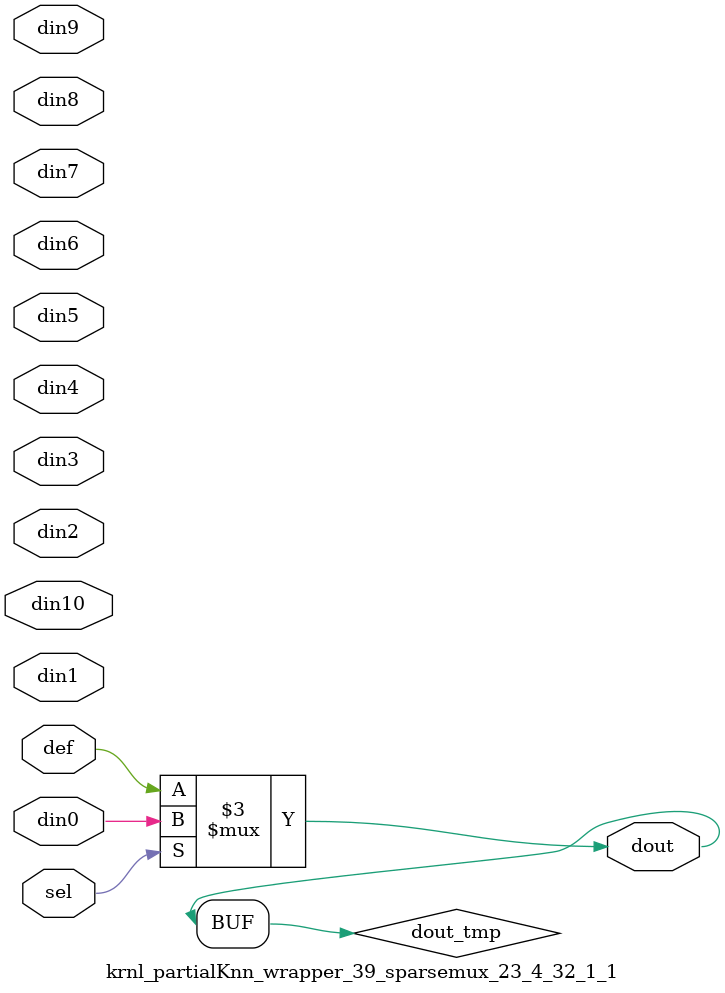
<source format=v>
`timescale 1ns / 1ps

module krnl_partialKnn_wrapper_39_sparsemux_23_4_32_1_1 (din0,din1,din2,din3,din4,din5,din6,din7,din8,din9,din10,def,sel,dout);

parameter din0_WIDTH = 1;

parameter din1_WIDTH = 1;

parameter din2_WIDTH = 1;

parameter din3_WIDTH = 1;

parameter din4_WIDTH = 1;

parameter din5_WIDTH = 1;

parameter din6_WIDTH = 1;

parameter din7_WIDTH = 1;

parameter din8_WIDTH = 1;

parameter din9_WIDTH = 1;

parameter din10_WIDTH = 1;

parameter def_WIDTH = 1;
parameter sel_WIDTH = 1;
parameter dout_WIDTH = 1;

parameter [sel_WIDTH-1:0] CASE0 = 1;

parameter [sel_WIDTH-1:0] CASE1 = 1;

parameter [sel_WIDTH-1:0] CASE2 = 1;

parameter [sel_WIDTH-1:0] CASE3 = 1;

parameter [sel_WIDTH-1:0] CASE4 = 1;

parameter [sel_WIDTH-1:0] CASE5 = 1;

parameter [sel_WIDTH-1:0] CASE6 = 1;

parameter [sel_WIDTH-1:0] CASE7 = 1;

parameter [sel_WIDTH-1:0] CASE8 = 1;

parameter [sel_WIDTH-1:0] CASE9 = 1;

parameter [sel_WIDTH-1:0] CASE10 = 1;

parameter ID = 1;
parameter NUM_STAGE = 1;



input [din0_WIDTH-1:0] din0;

input [din1_WIDTH-1:0] din1;

input [din2_WIDTH-1:0] din2;

input [din3_WIDTH-1:0] din3;

input [din4_WIDTH-1:0] din4;

input [din5_WIDTH-1:0] din5;

input [din6_WIDTH-1:0] din6;

input [din7_WIDTH-1:0] din7;

input [din8_WIDTH-1:0] din8;

input [din9_WIDTH-1:0] din9;

input [din10_WIDTH-1:0] din10;

input [def_WIDTH-1:0] def;
input [sel_WIDTH-1:0] sel;

output [dout_WIDTH-1:0] dout;



reg [dout_WIDTH-1:0] dout_tmp;

always @ (*) begin
case (sel)
    
    CASE0 : dout_tmp = din0;
    
    CASE1 : dout_tmp = din1;
    
    CASE2 : dout_tmp = din2;
    
    CASE3 : dout_tmp = din3;
    
    CASE4 : dout_tmp = din4;
    
    CASE5 : dout_tmp = din5;
    
    CASE6 : dout_tmp = din6;
    
    CASE7 : dout_tmp = din7;
    
    CASE8 : dout_tmp = din8;
    
    CASE9 : dout_tmp = din9;
    
    CASE10 : dout_tmp = din10;
    
    default : dout_tmp = def;
endcase
end


assign dout = dout_tmp;



endmodule

</source>
